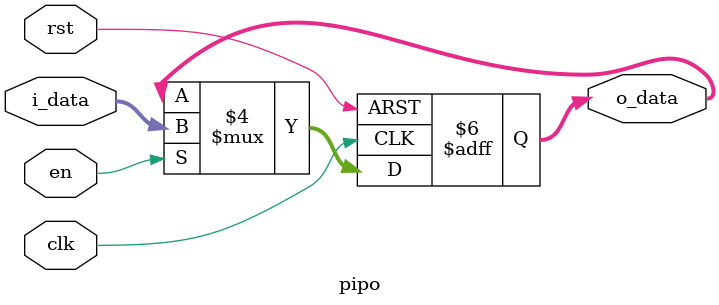
<source format=sv>
/*----------------------------------------------------------------------------------------
** MODULE NAME: pipo.sv
** DESCRIPTION: PIPO register to store signed values
** INPUTS: 		clk, rst, en, i_data,  
** OUTPUTS:  	o_data
** VERSION:  	1.0
** AUTHORS:  	Ricardo Zamora, Andres Hernandez
** DATE:    	20 / 09 / 22
** -------------------------------------------------------------------------------------- */
`ifndef PIPO_SV
    `define PIPO_SV
module pipo
#(parameter DW = 5)
(
	input clk, rst, en,
	input signed [DW-1:0] i_data,			// Input Bus Data with parametric value
	output reg signed [DW-1:0] o_data		// Registered Output Data with parametric value
);

always_ff@(posedge clk, negedge rst) begin: pipo_register
	if(!rst)
		o_data <= '0;				// Reset event clear the output to zero
	else if(en)
		o_data <= i_data;			// Enable event saves the input data
	else
		o_data <= o_data;			// Default case
end: pipo_register

endmodule
`endif	
</source>
